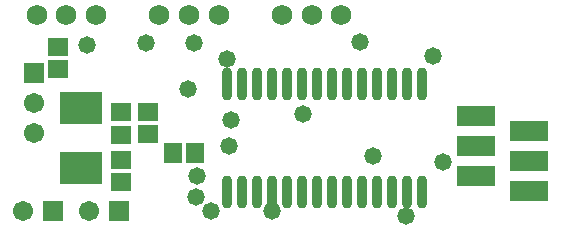
<source format=gbs>
G04 Layer_Color=16711935*
%FSLAX24Y24*%
%MOIN*%
G70*
G01*
G75*
%ADD29R,0.0671X0.0592*%
%ADD32R,0.0592X0.0671*%
%ADD35R,0.0671X0.0671*%
%ADD36C,0.0671*%
%ADD37R,0.0671X0.0671*%
%ADD38C,0.0680*%
%ADD39C,0.0580*%
%ADD40R,0.1419X0.1064*%
%ADD41O,0.0356X0.1104*%
%ADD42R,0.1261X0.0671*%
D29*
X4734Y3898D02*
D03*
Y3150D02*
D03*
X3848Y3130D02*
D03*
Y3878D02*
D03*
X3839Y1535D02*
D03*
Y2283D02*
D03*
X1742Y6063D02*
D03*
Y5315D02*
D03*
D32*
X5561Y2520D02*
D03*
X6309D02*
D03*
D35*
X935Y5167D02*
D03*
D36*
Y4167D02*
D03*
Y3167D02*
D03*
X2770Y591D02*
D03*
X585D02*
D03*
D37*
X3770D02*
D03*
X1585D02*
D03*
D38*
X9213Y7116D02*
D03*
X10197D02*
D03*
X11181D02*
D03*
X5118D02*
D03*
X6102D02*
D03*
X7087D02*
D03*
X1024D02*
D03*
X2008D02*
D03*
X2992D02*
D03*
D39*
X7431Y2746D02*
D03*
X2687Y6122D02*
D03*
X6063Y4636D02*
D03*
X14557Y2215D02*
D03*
X13327Y423D02*
D03*
X7490Y3632D02*
D03*
X7372Y5659D02*
D03*
X12224Y2402D02*
D03*
X6851Y581D02*
D03*
X6329Y1034D02*
D03*
X8859Y581D02*
D03*
X14223Y5738D02*
D03*
X9892Y3829D02*
D03*
X11811Y6201D02*
D03*
X6260Y6191D02*
D03*
X4656Y6181D02*
D03*
X6358Y1742D02*
D03*
D40*
X2490Y2018D02*
D03*
Y4026D02*
D03*
D41*
X7360Y4833D02*
D03*
X7860D02*
D03*
X8360D02*
D03*
X8860D02*
D03*
X9360D02*
D03*
X9860D02*
D03*
X10360D02*
D03*
X10860D02*
D03*
X11360D02*
D03*
X11860D02*
D03*
X12360D02*
D03*
X12860D02*
D03*
X13360D02*
D03*
X13860D02*
D03*
X7360Y1211D02*
D03*
X7860D02*
D03*
X8360D02*
D03*
X8860D02*
D03*
X9360D02*
D03*
X9860D02*
D03*
X10360D02*
D03*
X10860D02*
D03*
X11360D02*
D03*
X11860D02*
D03*
X12360D02*
D03*
X12860D02*
D03*
X13360D02*
D03*
X13860D02*
D03*
D42*
X17451Y1240D02*
D03*
X15679Y1740D02*
D03*
X17451Y2240D02*
D03*
X15679Y2740D02*
D03*
X17451Y3240D02*
D03*
X15679Y3740D02*
D03*
M02*

</source>
